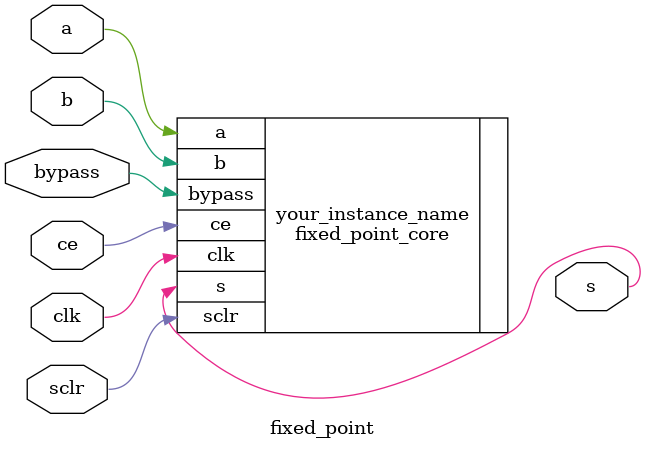
<source format=v>
`timescale 1ns / 1ps
module fixed_point( clk, ce, sclr, bypass, a, b, s
    );
	 
	 input clk;
	 input ce;
	 input sclr;
	 input bypass;
	 input a ;
	 input b ;
	 output s;

fixed_point_core your_instance_name (
  .clk(clk), // input clk
  .ce(ce), // input ce
  .sclr(sclr), // input sclr
  .bypass(bypass), // input bypass
  .a(a), // input [15 : 0] a
  .b(b), // input [15 : 0] b
  .s(s) // output [15 : 0] s
);

endmodule

</source>
